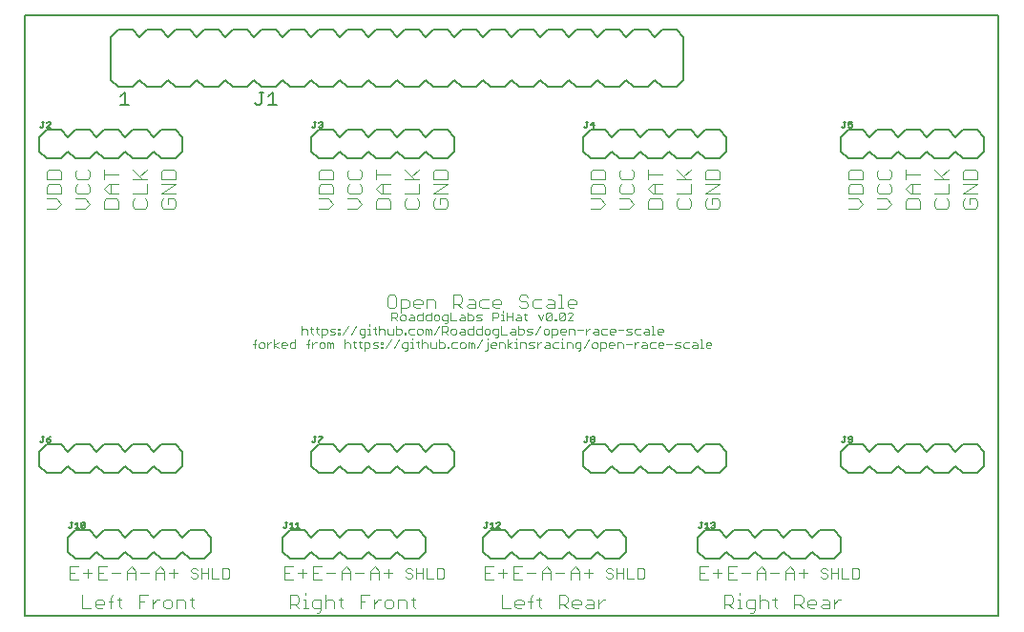
<source format=gto>
G75*
%MOIN*%
%OFA0B0*%
%FSLAX25Y25*%
%IPPOS*%
%LPD*%
%AMOC8*
5,1,8,0,0,1.08239X$1,22.5*
%
%ADD10C,0.00600*%
%ADD11C,0.00400*%
%ADD12C,0.00300*%
%ADD13C,0.00500*%
%ADD14C,0.00800*%
D10*
X0001300Y0001300D02*
X0001300Y0211300D01*
X0341300Y0211300D01*
X0341300Y0001300D01*
X0001300Y0001300D01*
X0033800Y0186300D02*
X0038800Y0186300D01*
X0041300Y0188800D01*
X0043800Y0186300D01*
X0048800Y0186300D01*
X0051300Y0188800D01*
X0053800Y0186300D01*
X0058800Y0186300D01*
X0061300Y0188800D01*
X0063800Y0186300D01*
X0068800Y0186300D01*
X0071300Y0188800D01*
X0073800Y0186300D01*
X0078800Y0186300D01*
X0081300Y0188800D01*
X0083800Y0186300D01*
X0088800Y0186300D01*
X0091300Y0188800D01*
X0093800Y0186300D01*
X0098800Y0186300D01*
X0101300Y0188800D01*
X0103800Y0186300D01*
X0108800Y0186300D01*
X0111300Y0188800D01*
X0113800Y0186300D01*
X0118800Y0186300D01*
X0121300Y0188800D01*
X0123800Y0186300D01*
X0128800Y0186300D01*
X0131300Y0188800D01*
X0133800Y0186300D01*
X0138800Y0186300D01*
X0141300Y0188800D01*
X0143800Y0186300D01*
X0148800Y0186300D01*
X0151300Y0188800D01*
X0153800Y0186300D01*
X0158800Y0186300D01*
X0161300Y0188800D01*
X0163800Y0186300D01*
X0168800Y0186300D01*
X0171300Y0188800D01*
X0173800Y0186300D01*
X0178800Y0186300D01*
X0181300Y0188800D01*
X0183800Y0186300D01*
X0188800Y0186300D01*
X0191300Y0188800D01*
X0193800Y0186300D01*
X0198800Y0186300D01*
X0201300Y0188800D01*
X0203800Y0186300D01*
X0208800Y0186300D01*
X0211300Y0188800D01*
X0213800Y0186300D01*
X0218800Y0186300D01*
X0221300Y0188800D01*
X0223800Y0186300D01*
X0228800Y0186300D01*
X0231300Y0188800D01*
X0231300Y0203800D01*
X0228800Y0206300D01*
X0223800Y0206300D01*
X0221300Y0203800D01*
X0218800Y0206300D01*
X0213800Y0206300D01*
X0211300Y0203800D01*
X0208800Y0206300D01*
X0203800Y0206300D01*
X0201300Y0203800D01*
X0198800Y0206300D01*
X0193800Y0206300D01*
X0191300Y0203800D01*
X0188800Y0206300D01*
X0183800Y0206300D01*
X0181300Y0203800D01*
X0178800Y0206300D01*
X0173800Y0206300D01*
X0171300Y0203800D01*
X0168800Y0206300D01*
X0163800Y0206300D01*
X0161300Y0203800D01*
X0158800Y0206300D01*
X0153800Y0206300D01*
X0151300Y0203800D01*
X0148800Y0206300D01*
X0143800Y0206300D01*
X0141300Y0203800D01*
X0138800Y0206300D01*
X0133800Y0206300D01*
X0131300Y0203800D01*
X0128800Y0206300D01*
X0123800Y0206300D01*
X0121300Y0203800D01*
X0118800Y0206300D01*
X0113800Y0206300D01*
X0111300Y0203800D01*
X0108800Y0206300D01*
X0103800Y0206300D01*
X0101300Y0203800D01*
X0098800Y0206300D01*
X0093800Y0206300D01*
X0091300Y0203800D01*
X0088800Y0206300D01*
X0083800Y0206300D01*
X0081300Y0203800D01*
X0078800Y0206300D01*
X0073800Y0206300D01*
X0071300Y0203800D01*
X0068800Y0206300D01*
X0063800Y0206300D01*
X0061300Y0203800D01*
X0058800Y0206300D01*
X0053800Y0206300D01*
X0051300Y0203800D01*
X0048800Y0206300D01*
X0043800Y0206300D01*
X0041300Y0203800D01*
X0038800Y0206300D01*
X0033800Y0206300D01*
X0031300Y0203800D01*
X0031300Y0188800D01*
X0033800Y0186300D01*
D11*
X0038696Y0157548D02*
X0042165Y0154078D01*
X0041298Y0154946D02*
X0043900Y0157548D01*
X0043900Y0154078D02*
X0038696Y0154078D01*
X0043900Y0152391D02*
X0043900Y0148922D01*
X0038696Y0148922D01*
X0039563Y0147235D02*
X0038696Y0146368D01*
X0038696Y0144633D01*
X0039563Y0143765D01*
X0043033Y0143765D01*
X0043900Y0144633D01*
X0043900Y0146368D01*
X0043033Y0147235D01*
X0048696Y0146368D02*
X0048696Y0144633D01*
X0049563Y0143765D01*
X0053033Y0143765D01*
X0053900Y0144633D01*
X0053900Y0146368D01*
X0053033Y0147235D01*
X0051298Y0147235D01*
X0051298Y0145500D01*
X0049563Y0147235D02*
X0048696Y0146368D01*
X0048696Y0148922D02*
X0053900Y0152391D01*
X0048696Y0152391D01*
X0048696Y0154078D02*
X0048696Y0156680D01*
X0049563Y0157548D01*
X0053033Y0157548D01*
X0053900Y0156680D01*
X0053900Y0154078D01*
X0048696Y0154078D01*
X0048696Y0148922D02*
X0053900Y0148922D01*
X0033900Y0148922D02*
X0030430Y0148922D01*
X0028696Y0150657D01*
X0030430Y0152391D01*
X0033900Y0152391D01*
X0031298Y0152391D02*
X0031298Y0148922D01*
X0033033Y0147235D02*
X0029563Y0147235D01*
X0028696Y0146368D01*
X0028696Y0143765D01*
X0033900Y0143765D01*
X0033900Y0146368D01*
X0033033Y0147235D01*
X0028696Y0154078D02*
X0028696Y0157548D01*
X0028696Y0155813D02*
X0033900Y0155813D01*
X0023900Y0154946D02*
X0023900Y0156680D01*
X0023033Y0157548D01*
X0019563Y0157548D02*
X0018696Y0156680D01*
X0018696Y0154946D01*
X0019563Y0154078D01*
X0023033Y0154078D01*
X0023900Y0154946D01*
X0023033Y0152391D02*
X0023900Y0151524D01*
X0023900Y0149789D01*
X0023033Y0148922D01*
X0019563Y0148922D01*
X0018696Y0149789D01*
X0018696Y0151524D01*
X0019563Y0152391D01*
X0013900Y0151524D02*
X0013900Y0148922D01*
X0008696Y0148922D01*
X0008696Y0151524D01*
X0009563Y0152391D01*
X0013033Y0152391D01*
X0013900Y0151524D01*
X0013900Y0154078D02*
X0013900Y0156680D01*
X0013033Y0157548D01*
X0009563Y0157548D01*
X0008696Y0156680D01*
X0008696Y0154078D01*
X0013900Y0154078D01*
X0012165Y0147235D02*
X0008696Y0147235D01*
X0012165Y0147235D02*
X0013900Y0145500D01*
X0012165Y0143765D01*
X0008696Y0143765D01*
X0018696Y0143765D02*
X0022165Y0143765D01*
X0023900Y0145500D01*
X0022165Y0147235D01*
X0018696Y0147235D01*
X0103696Y0147235D02*
X0107165Y0147235D01*
X0108900Y0145500D01*
X0107165Y0143765D01*
X0103696Y0143765D01*
X0103696Y0148922D02*
X0103696Y0151524D01*
X0104563Y0152391D01*
X0108033Y0152391D01*
X0108900Y0151524D01*
X0108900Y0148922D01*
X0103696Y0148922D01*
X0103696Y0154078D02*
X0103696Y0156680D01*
X0104563Y0157548D01*
X0108033Y0157548D01*
X0108900Y0156680D01*
X0108900Y0154078D01*
X0103696Y0154078D01*
X0113696Y0154946D02*
X0114563Y0154078D01*
X0118033Y0154078D01*
X0118900Y0154946D01*
X0118900Y0156680D01*
X0118033Y0157548D01*
X0114563Y0157548D02*
X0113696Y0156680D01*
X0113696Y0154946D01*
X0114563Y0152391D02*
X0113696Y0151524D01*
X0113696Y0149789D01*
X0114563Y0148922D01*
X0118033Y0148922D01*
X0118900Y0149789D01*
X0118900Y0151524D01*
X0118033Y0152391D01*
X0117165Y0147235D02*
X0113696Y0147235D01*
X0117165Y0147235D02*
X0118900Y0145500D01*
X0117165Y0143765D01*
X0113696Y0143765D01*
X0123696Y0143765D02*
X0123696Y0146368D01*
X0124563Y0147235D01*
X0128033Y0147235D01*
X0128900Y0146368D01*
X0128900Y0143765D01*
X0123696Y0143765D01*
X0125430Y0148922D02*
X0123696Y0150657D01*
X0125430Y0152391D01*
X0128900Y0152391D01*
X0126298Y0152391D02*
X0126298Y0148922D01*
X0125430Y0148922D02*
X0128900Y0148922D01*
X0133696Y0148922D02*
X0138900Y0148922D01*
X0138900Y0152391D01*
X0138900Y0154078D02*
X0133696Y0154078D01*
X0136298Y0154946D02*
X0138900Y0157548D01*
X0137165Y0154078D02*
X0133696Y0157548D01*
X0128900Y0155813D02*
X0123696Y0155813D01*
X0123696Y0154078D02*
X0123696Y0157548D01*
X0134563Y0147235D02*
X0133696Y0146368D01*
X0133696Y0144633D01*
X0134563Y0143765D01*
X0138033Y0143765D01*
X0138900Y0144633D01*
X0138900Y0146368D01*
X0138033Y0147235D01*
X0143696Y0146368D02*
X0143696Y0144633D01*
X0144563Y0143765D01*
X0148033Y0143765D01*
X0148900Y0144633D01*
X0148900Y0146368D01*
X0148033Y0147235D01*
X0146298Y0147235D01*
X0146298Y0145500D01*
X0144563Y0147235D02*
X0143696Y0146368D01*
X0143696Y0148922D02*
X0148900Y0152391D01*
X0143696Y0152391D01*
X0143696Y0154078D02*
X0143696Y0156680D01*
X0144563Y0157548D01*
X0148033Y0157548D01*
X0148900Y0156680D01*
X0148900Y0154078D01*
X0143696Y0154078D01*
X0143696Y0148922D02*
X0148900Y0148922D01*
X0198696Y0148922D02*
X0198696Y0151524D01*
X0199563Y0152391D01*
X0203033Y0152391D01*
X0203900Y0151524D01*
X0203900Y0148922D01*
X0198696Y0148922D01*
X0198696Y0147235D02*
X0202165Y0147235D01*
X0203900Y0145500D01*
X0202165Y0143765D01*
X0198696Y0143765D01*
X0208696Y0143765D02*
X0212165Y0143765D01*
X0213900Y0145500D01*
X0212165Y0147235D01*
X0208696Y0147235D01*
X0209563Y0148922D02*
X0208696Y0149789D01*
X0208696Y0151524D01*
X0209563Y0152391D01*
X0209563Y0154078D02*
X0208696Y0154946D01*
X0208696Y0156680D01*
X0209563Y0157548D01*
X0213033Y0157548D02*
X0213900Y0156680D01*
X0213900Y0154946D01*
X0213033Y0154078D01*
X0209563Y0154078D01*
X0213033Y0152391D02*
X0213900Y0151524D01*
X0213900Y0149789D01*
X0213033Y0148922D01*
X0209563Y0148922D01*
X0203900Y0154078D02*
X0203900Y0156680D01*
X0203033Y0157548D01*
X0199563Y0157548D01*
X0198696Y0156680D01*
X0198696Y0154078D01*
X0203900Y0154078D01*
X0218696Y0154078D02*
X0218696Y0157548D01*
X0218696Y0155813D02*
X0223900Y0155813D01*
X0228696Y0154078D02*
X0233900Y0154078D01*
X0233900Y0152391D02*
X0233900Y0148922D01*
X0228696Y0148922D01*
X0229563Y0147235D02*
X0228696Y0146368D01*
X0228696Y0144633D01*
X0229563Y0143765D01*
X0233033Y0143765D01*
X0233900Y0144633D01*
X0233900Y0146368D01*
X0233033Y0147235D01*
X0238696Y0146368D02*
X0238696Y0144633D01*
X0239563Y0143765D01*
X0243033Y0143765D01*
X0243900Y0144633D01*
X0243900Y0146368D01*
X0243033Y0147235D01*
X0241298Y0147235D01*
X0241298Y0145500D01*
X0239563Y0147235D02*
X0238696Y0146368D01*
X0238696Y0148922D02*
X0243900Y0152391D01*
X0238696Y0152391D01*
X0238696Y0154078D02*
X0238696Y0156680D01*
X0239563Y0157548D01*
X0243033Y0157548D01*
X0243900Y0156680D01*
X0243900Y0154078D01*
X0238696Y0154078D01*
X0238696Y0148922D02*
X0243900Y0148922D01*
X0232165Y0154078D02*
X0228696Y0157548D01*
X0231298Y0154946D02*
X0233900Y0157548D01*
X0223900Y0152391D02*
X0220430Y0152391D01*
X0218696Y0150657D01*
X0220430Y0148922D01*
X0223900Y0148922D01*
X0223033Y0147235D02*
X0219563Y0147235D01*
X0218696Y0146368D01*
X0218696Y0143765D01*
X0223900Y0143765D01*
X0223900Y0146368D01*
X0223033Y0147235D01*
X0221298Y0148922D02*
X0221298Y0152391D01*
X0188356Y0113604D02*
X0188356Y0109000D01*
X0187589Y0109000D02*
X0189123Y0109000D01*
X0190658Y0109767D02*
X0190658Y0111302D01*
X0191425Y0112069D01*
X0192960Y0112069D01*
X0193727Y0111302D01*
X0193727Y0110535D01*
X0190658Y0110535D01*
X0190658Y0109767D02*
X0191425Y0109000D01*
X0192960Y0109000D01*
X0188356Y0113604D02*
X0187589Y0113604D01*
X0186054Y0111302D02*
X0186054Y0109000D01*
X0183752Y0109000D01*
X0182985Y0109767D01*
X0183752Y0110535D01*
X0186054Y0110535D01*
X0186054Y0111302D02*
X0185287Y0112069D01*
X0183752Y0112069D01*
X0181450Y0112069D02*
X0179148Y0112069D01*
X0178381Y0111302D01*
X0178381Y0109767D01*
X0179148Y0109000D01*
X0181450Y0109000D01*
X0176846Y0109767D02*
X0176079Y0109000D01*
X0174544Y0109000D01*
X0173777Y0109767D01*
X0174544Y0111302D02*
X0176079Y0111302D01*
X0176846Y0110535D01*
X0176846Y0109767D01*
X0174544Y0111302D02*
X0173777Y0112069D01*
X0173777Y0112837D01*
X0174544Y0113604D01*
X0176079Y0113604D01*
X0176846Y0112837D01*
X0167638Y0111302D02*
X0167638Y0110535D01*
X0164569Y0110535D01*
X0164569Y0111302D02*
X0164569Y0109767D01*
X0165337Y0109000D01*
X0166871Y0109000D01*
X0167638Y0111302D02*
X0166871Y0112069D01*
X0165337Y0112069D01*
X0164569Y0111302D01*
X0163035Y0112069D02*
X0160733Y0112069D01*
X0159965Y0111302D01*
X0159965Y0109767D01*
X0160733Y0109000D01*
X0163035Y0109000D01*
X0158431Y0109000D02*
X0158431Y0111302D01*
X0157663Y0112069D01*
X0156129Y0112069D01*
X0156129Y0110535D02*
X0158431Y0110535D01*
X0158431Y0109000D02*
X0156129Y0109000D01*
X0155361Y0109767D01*
X0156129Y0110535D01*
X0153827Y0111302D02*
X0153059Y0110535D01*
X0150757Y0110535D01*
X0150757Y0109000D02*
X0150757Y0113604D01*
X0153059Y0113604D01*
X0153827Y0112837D01*
X0153827Y0111302D01*
X0152292Y0110535D02*
X0153827Y0109000D01*
X0144619Y0109000D02*
X0144619Y0111302D01*
X0143852Y0112069D01*
X0141550Y0112069D01*
X0141550Y0109000D01*
X0140015Y0110535D02*
X0140015Y0111302D01*
X0139248Y0112069D01*
X0137713Y0112069D01*
X0136946Y0111302D01*
X0136946Y0109767D01*
X0137713Y0109000D01*
X0139248Y0109000D01*
X0140015Y0110535D02*
X0136946Y0110535D01*
X0135411Y0111302D02*
X0135411Y0109767D01*
X0134644Y0109000D01*
X0132342Y0109000D01*
X0132342Y0107465D02*
X0132342Y0112069D01*
X0134644Y0112069D01*
X0135411Y0111302D01*
X0130807Y0109767D02*
X0130807Y0112837D01*
X0130040Y0113604D01*
X0128505Y0113604D01*
X0127738Y0112837D01*
X0127738Y0109767D01*
X0128505Y0109000D01*
X0130040Y0109000D01*
X0130807Y0109767D01*
X0123431Y0018604D02*
X0121896Y0017069D01*
X0121896Y0014000D01*
X0121896Y0016302D02*
X0124965Y0016302D01*
X0124965Y0017069D02*
X0124965Y0014000D01*
X0126500Y0016302D02*
X0129569Y0016302D01*
X0128035Y0017837D02*
X0128035Y0014767D01*
X0124965Y0017069D02*
X0123431Y0018604D01*
X0119569Y0016302D02*
X0116500Y0016302D01*
X0114965Y0016302D02*
X0111896Y0016302D01*
X0111896Y0017069D02*
X0111896Y0014000D01*
X0114965Y0014000D02*
X0114965Y0017069D01*
X0113431Y0018604D01*
X0111896Y0017069D01*
X0109569Y0016302D02*
X0106500Y0016302D01*
X0104965Y0018604D02*
X0101896Y0018604D01*
X0101896Y0014000D01*
X0104965Y0014000D01*
X0103431Y0016302D02*
X0101896Y0016302D01*
X0099569Y0016302D02*
X0096500Y0016302D01*
X0098035Y0017837D02*
X0098035Y0014767D01*
X0094965Y0014000D02*
X0091896Y0014000D01*
X0091896Y0018604D01*
X0094965Y0018604D01*
X0093431Y0016302D02*
X0091896Y0016302D01*
X0093864Y0008604D02*
X0096166Y0008604D01*
X0096933Y0007837D01*
X0096933Y0006302D01*
X0096166Y0005535D01*
X0093864Y0005535D01*
X0095399Y0005535D02*
X0096933Y0004000D01*
X0098468Y0004000D02*
X0100003Y0004000D01*
X0099235Y0004000D02*
X0099235Y0007069D01*
X0098468Y0007069D01*
X0099235Y0008604D02*
X0099235Y0009371D01*
X0101537Y0006302D02*
X0102305Y0007069D01*
X0104606Y0007069D01*
X0104606Y0003233D01*
X0103839Y0002465D01*
X0103072Y0002465D01*
X0102305Y0004000D02*
X0104606Y0004000D01*
X0106141Y0004000D02*
X0106141Y0008604D01*
X0106908Y0007069D02*
X0108443Y0007069D01*
X0109210Y0006302D01*
X0109210Y0004000D01*
X0111512Y0004767D02*
X0112280Y0004000D01*
X0111512Y0004767D02*
X0111512Y0007837D01*
X0110745Y0007069D02*
X0112280Y0007069D01*
X0106908Y0007069D02*
X0106141Y0006302D01*
X0102305Y0004000D02*
X0101537Y0004767D01*
X0101537Y0006302D01*
X0093864Y0004000D02*
X0093864Y0008604D01*
X0118418Y0008604D02*
X0118418Y0004000D01*
X0118418Y0006302D02*
X0119953Y0006302D01*
X0123022Y0007069D02*
X0123022Y0004000D01*
X0123022Y0005535D02*
X0124557Y0007069D01*
X0125324Y0007069D01*
X0126859Y0006302D02*
X0126859Y0004767D01*
X0127626Y0004000D01*
X0129161Y0004000D01*
X0129928Y0004767D01*
X0129928Y0006302D01*
X0129161Y0007069D01*
X0127626Y0007069D01*
X0126859Y0006302D01*
X0131463Y0007069D02*
X0131463Y0004000D01*
X0134532Y0004000D02*
X0134532Y0006302D01*
X0133765Y0007069D01*
X0131463Y0007069D01*
X0136067Y0007069D02*
X0137601Y0007069D01*
X0136834Y0007837D02*
X0136834Y0004767D01*
X0137601Y0004000D01*
X0121488Y0008604D02*
X0118418Y0008604D01*
X0161896Y0014000D02*
X0164965Y0014000D01*
X0163431Y0016302D02*
X0161896Y0016302D01*
X0161896Y0018604D02*
X0161896Y0014000D01*
X0166500Y0016302D02*
X0169569Y0016302D01*
X0168035Y0017837D02*
X0168035Y0014767D01*
X0171896Y0014000D02*
X0174965Y0014000D01*
X0173431Y0016302D02*
X0171896Y0016302D01*
X0171896Y0018604D02*
X0171896Y0014000D01*
X0176500Y0016302D02*
X0179569Y0016302D01*
X0181896Y0016302D02*
X0184965Y0016302D01*
X0184965Y0017069D02*
X0184965Y0014000D01*
X0186500Y0016302D02*
X0189569Y0016302D01*
X0191896Y0016302D02*
X0194965Y0016302D01*
X0194965Y0017069D02*
X0194965Y0014000D01*
X0196500Y0016302D02*
X0199569Y0016302D01*
X0198035Y0017837D02*
X0198035Y0014767D01*
X0191896Y0014000D02*
X0191896Y0017069D01*
X0193431Y0018604D01*
X0194965Y0017069D01*
X0184965Y0017069D02*
X0183431Y0018604D01*
X0181896Y0017069D01*
X0181896Y0014000D01*
X0178443Y0008604D02*
X0177676Y0007837D01*
X0177676Y0004000D01*
X0176908Y0006302D02*
X0178443Y0006302D01*
X0179978Y0007069D02*
X0181512Y0007069D01*
X0180745Y0007837D02*
X0180745Y0004767D01*
X0181512Y0004000D01*
X0175374Y0005535D02*
X0172305Y0005535D01*
X0172305Y0006302D02*
X0173072Y0007069D01*
X0174606Y0007069D01*
X0175374Y0006302D01*
X0175374Y0005535D01*
X0174606Y0004000D02*
X0173072Y0004000D01*
X0172305Y0004767D01*
X0172305Y0006302D01*
X0170770Y0004000D02*
X0167701Y0004000D01*
X0167701Y0008604D01*
X0164965Y0018604D02*
X0161896Y0018604D01*
X0171896Y0018604D02*
X0174965Y0018604D01*
X0187651Y0008604D02*
X0189953Y0008604D01*
X0190720Y0007837D01*
X0190720Y0006302D01*
X0189953Y0005535D01*
X0187651Y0005535D01*
X0189186Y0005535D02*
X0190720Y0004000D01*
X0192255Y0004767D02*
X0192255Y0006302D01*
X0193022Y0007069D01*
X0194557Y0007069D01*
X0195324Y0006302D01*
X0195324Y0005535D01*
X0192255Y0005535D01*
X0192255Y0004767D02*
X0193022Y0004000D01*
X0194557Y0004000D01*
X0196859Y0004767D02*
X0197626Y0005535D01*
X0199928Y0005535D01*
X0199928Y0006302D02*
X0199928Y0004000D01*
X0197626Y0004000D01*
X0196859Y0004767D01*
X0197626Y0007069D02*
X0199161Y0007069D01*
X0199928Y0006302D01*
X0201463Y0007069D02*
X0201463Y0004000D01*
X0201463Y0005535D02*
X0202997Y0007069D01*
X0203765Y0007069D01*
X0187651Y0008604D02*
X0187651Y0004000D01*
X0236896Y0014000D02*
X0239965Y0014000D01*
X0238431Y0016302D02*
X0236896Y0016302D01*
X0236896Y0018604D02*
X0236896Y0014000D01*
X0241500Y0016302D02*
X0244569Y0016302D01*
X0243035Y0017837D02*
X0243035Y0014767D01*
X0246896Y0014000D02*
X0246896Y0018604D01*
X0249965Y0018604D01*
X0248431Y0016302D02*
X0246896Y0016302D01*
X0246896Y0014000D02*
X0249965Y0014000D01*
X0251500Y0016302D02*
X0254569Y0016302D01*
X0256896Y0016302D02*
X0259965Y0016302D01*
X0259965Y0017069D02*
X0259965Y0014000D01*
X0261500Y0016302D02*
X0264569Y0016302D01*
X0266896Y0016302D02*
X0269965Y0016302D01*
X0269965Y0017069D02*
X0269965Y0014000D01*
X0271500Y0016302D02*
X0274569Y0016302D01*
X0273035Y0017837D02*
X0273035Y0014767D01*
X0269965Y0017069D02*
X0268431Y0018604D01*
X0266896Y0017069D01*
X0266896Y0014000D01*
X0269953Y0008604D02*
X0272255Y0008604D01*
X0273022Y0007837D01*
X0273022Y0006302D01*
X0272255Y0005535D01*
X0269953Y0005535D01*
X0271488Y0005535D02*
X0273022Y0004000D01*
X0274557Y0004767D02*
X0274557Y0006302D01*
X0275324Y0007069D01*
X0276859Y0007069D01*
X0277626Y0006302D01*
X0277626Y0005535D01*
X0274557Y0005535D01*
X0274557Y0004767D02*
X0275324Y0004000D01*
X0276859Y0004000D01*
X0279161Y0004767D02*
X0279928Y0005535D01*
X0282230Y0005535D01*
X0282230Y0006302D02*
X0282230Y0004000D01*
X0279928Y0004000D01*
X0279161Y0004767D01*
X0279928Y0007069D02*
X0281463Y0007069D01*
X0282230Y0006302D01*
X0283765Y0007069D02*
X0283765Y0004000D01*
X0283765Y0005535D02*
X0285299Y0007069D01*
X0286067Y0007069D01*
X0269953Y0008604D02*
X0269953Y0004000D01*
X0263814Y0004000D02*
X0263047Y0004767D01*
X0263047Y0007837D01*
X0262280Y0007069D02*
X0263814Y0007069D01*
X0260745Y0006302D02*
X0260745Y0004000D01*
X0260745Y0006302D02*
X0259978Y0007069D01*
X0258443Y0007069D01*
X0257676Y0006302D01*
X0256141Y0007069D02*
X0256141Y0003233D01*
X0255374Y0002465D01*
X0254606Y0002465D01*
X0253839Y0004000D02*
X0256141Y0004000D01*
X0257676Y0004000D02*
X0257676Y0008604D01*
X0256141Y0007069D02*
X0253839Y0007069D01*
X0253072Y0006302D01*
X0253072Y0004767D01*
X0253839Y0004000D01*
X0251537Y0004000D02*
X0250003Y0004000D01*
X0250770Y0004000D02*
X0250770Y0007069D01*
X0250003Y0007069D01*
X0250770Y0008604D02*
X0250770Y0009371D01*
X0248468Y0007837D02*
X0248468Y0006302D01*
X0247701Y0005535D01*
X0245399Y0005535D01*
X0246933Y0005535D02*
X0248468Y0004000D01*
X0245399Y0004000D02*
X0245399Y0008604D01*
X0247701Y0008604D01*
X0248468Y0007837D01*
X0256896Y0014000D02*
X0256896Y0017069D01*
X0258431Y0018604D01*
X0259965Y0017069D01*
X0239965Y0018604D02*
X0236896Y0018604D01*
X0060299Y0007069D02*
X0058765Y0007069D01*
X0059532Y0007837D02*
X0059532Y0004767D01*
X0060299Y0004000D01*
X0057230Y0004000D02*
X0057230Y0006302D01*
X0056463Y0007069D01*
X0054161Y0007069D01*
X0054161Y0004000D01*
X0052626Y0004767D02*
X0051859Y0004000D01*
X0050324Y0004000D01*
X0049557Y0004767D01*
X0049557Y0006302D01*
X0050324Y0007069D01*
X0051859Y0007069D01*
X0052626Y0006302D01*
X0052626Y0004767D01*
X0048022Y0007069D02*
X0047255Y0007069D01*
X0045720Y0005535D01*
X0045720Y0007069D02*
X0045720Y0004000D01*
X0042651Y0006302D02*
X0041116Y0006302D01*
X0041116Y0004000D02*
X0041116Y0008604D01*
X0044186Y0008604D01*
X0046896Y0014000D02*
X0046896Y0017069D01*
X0048431Y0018604D01*
X0049965Y0017069D01*
X0049965Y0014000D01*
X0049965Y0016302D02*
X0046896Y0016302D01*
X0044569Y0016302D02*
X0041500Y0016302D01*
X0039965Y0016302D02*
X0036896Y0016302D01*
X0036896Y0017069D02*
X0036896Y0014000D01*
X0039965Y0014000D02*
X0039965Y0017069D01*
X0038431Y0018604D01*
X0036896Y0017069D01*
X0034569Y0016302D02*
X0031500Y0016302D01*
X0029965Y0018604D02*
X0026896Y0018604D01*
X0026896Y0014000D01*
X0029965Y0014000D01*
X0028431Y0016302D02*
X0026896Y0016302D01*
X0024569Y0016302D02*
X0021500Y0016302D01*
X0023035Y0017837D02*
X0023035Y0014767D01*
X0019965Y0014000D02*
X0016896Y0014000D01*
X0016896Y0018604D01*
X0019965Y0018604D01*
X0018431Y0016302D02*
X0016896Y0016302D01*
X0021166Y0008604D02*
X0021166Y0004000D01*
X0024235Y0004000D01*
X0025770Y0004767D02*
X0026537Y0004000D01*
X0028072Y0004000D01*
X0028839Y0005535D02*
X0025770Y0005535D01*
X0025770Y0006302D02*
X0026537Y0007069D01*
X0028072Y0007069D01*
X0028839Y0006302D01*
X0028839Y0005535D01*
X0030374Y0006302D02*
X0031908Y0006302D01*
X0031141Y0007837D02*
X0031141Y0004000D01*
X0034210Y0004767D02*
X0034978Y0004000D01*
X0034210Y0004767D02*
X0034210Y0007837D01*
X0033443Y0007069D02*
X0034978Y0007069D01*
X0031908Y0008604D02*
X0031141Y0007837D01*
X0025770Y0006302D02*
X0025770Y0004767D01*
X0051500Y0016302D02*
X0054569Y0016302D01*
X0053035Y0017837D02*
X0053035Y0014767D01*
X0288696Y0143765D02*
X0292165Y0143765D01*
X0293900Y0145500D01*
X0292165Y0147235D01*
X0288696Y0147235D01*
X0288696Y0148922D02*
X0288696Y0151524D01*
X0289563Y0152391D01*
X0293033Y0152391D01*
X0293900Y0151524D01*
X0293900Y0148922D01*
X0288696Y0148922D01*
X0288696Y0154078D02*
X0288696Y0156680D01*
X0289563Y0157548D01*
X0293033Y0157548D01*
X0293900Y0156680D01*
X0293900Y0154078D01*
X0288696Y0154078D01*
X0298696Y0154946D02*
X0299563Y0154078D01*
X0303033Y0154078D01*
X0303900Y0154946D01*
X0303900Y0156680D01*
X0303033Y0157548D01*
X0299563Y0157548D02*
X0298696Y0156680D01*
X0298696Y0154946D01*
X0299563Y0152391D02*
X0298696Y0151524D01*
X0298696Y0149789D01*
X0299563Y0148922D01*
X0303033Y0148922D01*
X0303900Y0149789D01*
X0303900Y0151524D01*
X0303033Y0152391D01*
X0302165Y0147235D02*
X0298696Y0147235D01*
X0302165Y0147235D02*
X0303900Y0145500D01*
X0302165Y0143765D01*
X0298696Y0143765D01*
X0308696Y0143765D02*
X0308696Y0146368D01*
X0309563Y0147235D01*
X0313033Y0147235D01*
X0313900Y0146368D01*
X0313900Y0143765D01*
X0308696Y0143765D01*
X0310430Y0148922D02*
X0308696Y0150657D01*
X0310430Y0152391D01*
X0313900Y0152391D01*
X0311298Y0152391D02*
X0311298Y0148922D01*
X0310430Y0148922D02*
X0313900Y0148922D01*
X0318696Y0148922D02*
X0323900Y0148922D01*
X0323900Y0152391D01*
X0323900Y0154078D02*
X0318696Y0154078D01*
X0321298Y0154946D02*
X0323900Y0157548D01*
X0322165Y0154078D02*
X0318696Y0157548D01*
X0313900Y0155813D02*
X0308696Y0155813D01*
X0308696Y0154078D02*
X0308696Y0157548D01*
X0319563Y0147235D02*
X0318696Y0146368D01*
X0318696Y0144633D01*
X0319563Y0143765D01*
X0323033Y0143765D01*
X0323900Y0144633D01*
X0323900Y0146368D01*
X0323033Y0147235D01*
X0328696Y0146368D02*
X0328696Y0144633D01*
X0329563Y0143765D01*
X0333033Y0143765D01*
X0333900Y0144633D01*
X0333900Y0146368D01*
X0333033Y0147235D01*
X0331298Y0147235D01*
X0331298Y0145500D01*
X0329563Y0147235D02*
X0328696Y0146368D01*
X0328696Y0148922D02*
X0333900Y0152391D01*
X0328696Y0152391D01*
X0328696Y0154078D02*
X0328696Y0156680D01*
X0329563Y0157548D01*
X0333033Y0157548D01*
X0333900Y0156680D01*
X0333900Y0154078D01*
X0328696Y0154078D01*
X0328696Y0148922D02*
X0333900Y0148922D01*
D12*
X0240977Y0096501D02*
X0240977Y0096017D01*
X0239042Y0096017D01*
X0239042Y0095534D02*
X0239042Y0096501D01*
X0239525Y0096985D01*
X0240493Y0096985D01*
X0240977Y0096501D01*
X0240493Y0095050D02*
X0239525Y0095050D01*
X0239042Y0095534D01*
X0238045Y0095050D02*
X0237077Y0095050D01*
X0237561Y0095050D02*
X0237561Y0097952D01*
X0237077Y0097952D01*
X0236066Y0096501D02*
X0236066Y0095050D01*
X0234614Y0095050D01*
X0234131Y0095534D01*
X0234614Y0096017D01*
X0236066Y0096017D01*
X0236066Y0096501D02*
X0235582Y0096985D01*
X0234614Y0096985D01*
X0233119Y0096985D02*
X0231668Y0096985D01*
X0231184Y0096501D01*
X0231184Y0095534D01*
X0231668Y0095050D01*
X0233119Y0095050D01*
X0230173Y0095534D02*
X0229689Y0096017D01*
X0228721Y0096017D01*
X0228238Y0096501D01*
X0228721Y0096985D01*
X0230173Y0096985D01*
X0230173Y0095534D02*
X0229689Y0095050D01*
X0228238Y0095050D01*
X0227226Y0096501D02*
X0225291Y0096501D01*
X0224280Y0096501D02*
X0224280Y0096017D01*
X0222345Y0096017D01*
X0222345Y0095534D02*
X0222345Y0096501D01*
X0222828Y0096985D01*
X0223796Y0096985D01*
X0224280Y0096501D01*
X0223796Y0095050D02*
X0222828Y0095050D01*
X0222345Y0095534D01*
X0221333Y0095050D02*
X0219882Y0095050D01*
X0219398Y0095534D01*
X0219398Y0096501D01*
X0219882Y0096985D01*
X0221333Y0096985D01*
X0221102Y0099850D02*
X0220135Y0099850D01*
X0220619Y0099850D02*
X0220619Y0102752D01*
X0220135Y0102752D01*
X0219123Y0101301D02*
X0219123Y0099850D01*
X0217672Y0099850D01*
X0217188Y0100334D01*
X0217672Y0100817D01*
X0219123Y0100817D01*
X0219123Y0101301D02*
X0218640Y0101785D01*
X0217672Y0101785D01*
X0216177Y0101785D02*
X0214725Y0101785D01*
X0214242Y0101301D01*
X0214242Y0100334D01*
X0214725Y0099850D01*
X0216177Y0099850D01*
X0215447Y0096985D02*
X0214964Y0096985D01*
X0213996Y0096017D01*
X0213996Y0095050D02*
X0213996Y0096985D01*
X0212985Y0096501D02*
X0211050Y0096501D01*
X0210038Y0096501D02*
X0210038Y0095050D01*
X0210038Y0096501D02*
X0209554Y0096985D01*
X0208103Y0096985D01*
X0208103Y0095050D01*
X0207092Y0096017D02*
X0205157Y0096017D01*
X0205157Y0095534D02*
X0205157Y0096501D01*
X0205640Y0096985D01*
X0206608Y0096985D01*
X0207092Y0096501D01*
X0207092Y0096017D01*
X0206608Y0095050D02*
X0205640Y0095050D01*
X0205157Y0095534D01*
X0204145Y0095534D02*
X0203661Y0095050D01*
X0202210Y0095050D01*
X0202210Y0094083D02*
X0202210Y0096985D01*
X0203661Y0096985D01*
X0204145Y0096501D01*
X0204145Y0095534D01*
X0201199Y0095534D02*
X0201199Y0096501D01*
X0200715Y0096985D01*
X0199747Y0096985D01*
X0199264Y0096501D01*
X0199264Y0095534D01*
X0199747Y0095050D01*
X0200715Y0095050D01*
X0201199Y0095534D01*
X0198252Y0097952D02*
X0196317Y0095050D01*
X0195306Y0095050D02*
X0193854Y0095050D01*
X0193371Y0095534D01*
X0193371Y0096501D01*
X0193854Y0096985D01*
X0195306Y0096985D01*
X0195306Y0094566D01*
X0194822Y0094083D01*
X0194338Y0094083D01*
X0192359Y0095050D02*
X0192359Y0096501D01*
X0191875Y0096985D01*
X0190424Y0096985D01*
X0190424Y0095050D01*
X0189427Y0095050D02*
X0188460Y0095050D01*
X0188943Y0095050D02*
X0188943Y0096985D01*
X0188460Y0096985D01*
X0187448Y0096985D02*
X0185997Y0096985D01*
X0185513Y0096501D01*
X0185513Y0095534D01*
X0185997Y0095050D01*
X0187448Y0095050D01*
X0184502Y0095050D02*
X0184502Y0096501D01*
X0184018Y0096985D01*
X0183050Y0096985D01*
X0183050Y0096017D02*
X0184502Y0096017D01*
X0184502Y0095050D02*
X0183050Y0095050D01*
X0182567Y0095534D01*
X0183050Y0096017D01*
X0181562Y0096985D02*
X0181079Y0096985D01*
X0180111Y0096017D01*
X0180111Y0095050D02*
X0180111Y0096985D01*
X0179100Y0096985D02*
X0177648Y0096985D01*
X0177165Y0096501D01*
X0177648Y0096017D01*
X0178616Y0096017D01*
X0179100Y0095534D01*
X0178616Y0095050D01*
X0177165Y0095050D01*
X0176153Y0095050D02*
X0176153Y0096501D01*
X0175669Y0096985D01*
X0174218Y0096985D01*
X0174218Y0095050D01*
X0173221Y0095050D02*
X0172254Y0095050D01*
X0172738Y0095050D02*
X0172738Y0096985D01*
X0172254Y0096985D01*
X0171250Y0096985D02*
X0169798Y0096017D01*
X0171250Y0095050D01*
X0169798Y0095050D02*
X0169798Y0097952D01*
X0168787Y0096501D02*
X0168787Y0095050D01*
X0168787Y0096501D02*
X0168303Y0096985D01*
X0166852Y0096985D01*
X0166852Y0095050D01*
X0165840Y0096017D02*
X0163905Y0096017D01*
X0163905Y0095534D02*
X0163905Y0096501D01*
X0164389Y0096985D01*
X0165357Y0096985D01*
X0165840Y0096501D01*
X0165840Y0096017D01*
X0165357Y0095050D02*
X0164389Y0095050D01*
X0163905Y0095534D01*
X0162909Y0094566D02*
X0162909Y0096985D01*
X0162909Y0097952D02*
X0162909Y0098436D01*
X0163147Y0099850D02*
X0163630Y0100334D01*
X0163630Y0101301D01*
X0163147Y0101785D01*
X0162179Y0101785D01*
X0161696Y0101301D01*
X0161696Y0100334D01*
X0162179Y0099850D01*
X0163147Y0099850D01*
X0164642Y0100334D02*
X0165126Y0099850D01*
X0166577Y0099850D01*
X0166577Y0099366D02*
X0166577Y0101785D01*
X0165126Y0101785D01*
X0164642Y0101301D01*
X0164642Y0100334D01*
X0165610Y0098883D02*
X0166093Y0098883D01*
X0166577Y0099366D01*
X0167589Y0099850D02*
X0169524Y0099850D01*
X0170535Y0100334D02*
X0171019Y0099850D01*
X0172470Y0099850D01*
X0172470Y0101301D01*
X0171986Y0101785D01*
X0171019Y0101785D01*
X0171019Y0100817D02*
X0172470Y0100817D01*
X0173482Y0099850D02*
X0174933Y0099850D01*
X0175417Y0100334D01*
X0175417Y0101301D01*
X0174933Y0101785D01*
X0173482Y0101785D01*
X0173482Y0102752D02*
X0173482Y0099850D01*
X0172738Y0098436D02*
X0172738Y0097952D01*
X0170535Y0100334D02*
X0171019Y0100817D01*
X0167589Y0099850D02*
X0167589Y0102752D01*
X0167589Y0104650D02*
X0168556Y0104650D01*
X0168072Y0104650D02*
X0168072Y0106585D01*
X0167589Y0106585D01*
X0168072Y0107552D02*
X0168072Y0108036D01*
X0169553Y0107552D02*
X0169553Y0104650D01*
X0169553Y0106101D02*
X0171488Y0106101D01*
X0172499Y0105134D02*
X0172983Y0105617D01*
X0174434Y0105617D01*
X0174434Y0106101D02*
X0174434Y0104650D01*
X0172983Y0104650D01*
X0172499Y0105134D01*
X0171488Y0104650D02*
X0171488Y0107552D01*
X0172983Y0106585D02*
X0173951Y0106585D01*
X0174434Y0106101D01*
X0175446Y0106585D02*
X0176413Y0106585D01*
X0175930Y0107069D02*
X0175930Y0105134D01*
X0176413Y0104650D01*
X0180357Y0106585D02*
X0181324Y0104650D01*
X0182292Y0106585D01*
X0183303Y0107069D02*
X0183787Y0107552D01*
X0184755Y0107552D01*
X0185238Y0107069D01*
X0183303Y0105134D01*
X0183787Y0104650D01*
X0184755Y0104650D01*
X0185238Y0105134D01*
X0185238Y0107069D01*
X0183303Y0107069D02*
X0183303Y0105134D01*
X0186250Y0105134D02*
X0186734Y0105134D01*
X0186734Y0104650D01*
X0186250Y0104650D01*
X0186250Y0105134D01*
X0187723Y0105134D02*
X0189658Y0107069D01*
X0189658Y0105134D01*
X0189174Y0104650D01*
X0188207Y0104650D01*
X0187723Y0105134D01*
X0187723Y0107069D01*
X0188207Y0107552D01*
X0189174Y0107552D01*
X0189658Y0107069D01*
X0190670Y0107069D02*
X0191153Y0107552D01*
X0192121Y0107552D01*
X0192605Y0107069D01*
X0192605Y0106585D01*
X0190670Y0104650D01*
X0192605Y0104650D01*
X0192612Y0101785D02*
X0191161Y0101785D01*
X0191161Y0099850D01*
X0190149Y0100817D02*
X0188214Y0100817D01*
X0188214Y0100334D02*
X0188214Y0101301D01*
X0188698Y0101785D01*
X0189665Y0101785D01*
X0190149Y0101301D01*
X0190149Y0100817D01*
X0189665Y0099850D02*
X0188698Y0099850D01*
X0188214Y0100334D01*
X0187203Y0100334D02*
X0186719Y0099850D01*
X0185268Y0099850D01*
X0185268Y0098883D02*
X0185268Y0101785D01*
X0186719Y0101785D01*
X0187203Y0101301D01*
X0187203Y0100334D01*
X0188943Y0098436D02*
X0188943Y0097952D01*
X0193096Y0099850D02*
X0193096Y0101301D01*
X0192612Y0101785D01*
X0194107Y0101301D02*
X0196042Y0101301D01*
X0197054Y0100817D02*
X0198021Y0101785D01*
X0198505Y0101785D01*
X0197054Y0101785D02*
X0197054Y0099850D01*
X0199509Y0100334D02*
X0199993Y0100817D01*
X0201444Y0100817D01*
X0201444Y0101301D02*
X0201444Y0099850D01*
X0199993Y0099850D01*
X0199509Y0100334D01*
X0199993Y0101785D02*
X0200960Y0101785D01*
X0201444Y0101301D01*
X0202456Y0101301D02*
X0202456Y0100334D01*
X0202939Y0099850D01*
X0204391Y0099850D01*
X0205402Y0100334D02*
X0205402Y0101301D01*
X0205886Y0101785D01*
X0206853Y0101785D01*
X0207337Y0101301D01*
X0207337Y0100817D01*
X0205402Y0100817D01*
X0205402Y0100334D02*
X0205886Y0099850D01*
X0206853Y0099850D01*
X0208349Y0101301D02*
X0210284Y0101301D01*
X0211295Y0101301D02*
X0211779Y0101785D01*
X0213230Y0101785D01*
X0212746Y0100817D02*
X0211779Y0100817D01*
X0211295Y0101301D01*
X0211295Y0099850D02*
X0212746Y0099850D01*
X0213230Y0100334D01*
X0212746Y0100817D01*
X0216935Y0096985D02*
X0217903Y0096985D01*
X0218387Y0096501D01*
X0218387Y0095050D01*
X0216935Y0095050D01*
X0216452Y0095534D01*
X0216935Y0096017D01*
X0218387Y0096017D01*
X0222583Y0099850D02*
X0222099Y0100334D01*
X0222099Y0101301D01*
X0222583Y0101785D01*
X0223550Y0101785D01*
X0224034Y0101301D01*
X0224034Y0100817D01*
X0222099Y0100817D01*
X0222583Y0099850D02*
X0223550Y0099850D01*
X0204391Y0101785D02*
X0202939Y0101785D01*
X0202456Y0101301D01*
X0184256Y0101301D02*
X0183772Y0101785D01*
X0182805Y0101785D01*
X0182321Y0101301D01*
X0182321Y0100334D01*
X0182805Y0099850D01*
X0183772Y0099850D01*
X0184256Y0100334D01*
X0184256Y0101301D01*
X0181310Y0102752D02*
X0179375Y0099850D01*
X0178363Y0100334D02*
X0177879Y0100817D01*
X0176912Y0100817D01*
X0176428Y0101301D01*
X0176912Y0101785D01*
X0178363Y0101785D01*
X0178363Y0100334D02*
X0177879Y0099850D01*
X0176428Y0099850D01*
X0166577Y0106101D02*
X0166093Y0105617D01*
X0164642Y0105617D01*
X0164642Y0104650D02*
X0164642Y0107552D01*
X0166093Y0107552D01*
X0166577Y0107069D01*
X0166577Y0106101D01*
X0160684Y0106585D02*
X0159233Y0106585D01*
X0158749Y0106101D01*
X0159233Y0105617D01*
X0160200Y0105617D01*
X0160684Y0105134D01*
X0160200Y0104650D01*
X0158749Y0104650D01*
X0157737Y0105134D02*
X0157737Y0106101D01*
X0157254Y0106585D01*
X0155803Y0106585D01*
X0155803Y0107552D02*
X0155803Y0104650D01*
X0157254Y0104650D01*
X0157737Y0105134D01*
X0157737Y0102752D02*
X0157737Y0099850D01*
X0156286Y0099850D01*
X0155802Y0100334D01*
X0155802Y0101301D01*
X0156286Y0101785D01*
X0157737Y0101785D01*
X0158749Y0101301D02*
X0159233Y0101785D01*
X0160684Y0101785D01*
X0160684Y0102752D02*
X0160684Y0099850D01*
X0159233Y0099850D01*
X0158749Y0100334D01*
X0158749Y0101301D01*
X0154791Y0101301D02*
X0154791Y0099850D01*
X0153340Y0099850D01*
X0152856Y0100334D01*
X0153340Y0100817D01*
X0154791Y0100817D01*
X0154791Y0101301D02*
X0154307Y0101785D01*
X0153340Y0101785D01*
X0151844Y0101301D02*
X0151361Y0101785D01*
X0150393Y0101785D01*
X0149909Y0101301D01*
X0149909Y0100334D01*
X0150393Y0099850D01*
X0151361Y0099850D01*
X0151844Y0100334D01*
X0151844Y0101301D01*
X0148898Y0101301D02*
X0148898Y0102269D01*
X0148414Y0102752D01*
X0146963Y0102752D01*
X0146963Y0099850D01*
X0146963Y0100817D02*
X0148414Y0100817D01*
X0148898Y0101301D01*
X0147930Y0100817D02*
X0148898Y0099850D01*
X0147186Y0096985D02*
X0145735Y0096985D01*
X0145735Y0097952D02*
X0145735Y0095050D01*
X0147186Y0095050D01*
X0147670Y0095534D01*
X0147670Y0096501D01*
X0147186Y0096985D01*
X0148682Y0095534D02*
X0149165Y0095534D01*
X0149165Y0095050D01*
X0148682Y0095050D01*
X0148682Y0095534D01*
X0150155Y0095534D02*
X0150639Y0095050D01*
X0152090Y0095050D01*
X0153102Y0095534D02*
X0153585Y0095050D01*
X0154553Y0095050D01*
X0155036Y0095534D01*
X0155036Y0096501D01*
X0154553Y0096985D01*
X0153585Y0096985D01*
X0153102Y0096501D01*
X0153102Y0095534D01*
X0152090Y0096985D02*
X0150639Y0096985D01*
X0150155Y0096501D01*
X0150155Y0095534D01*
X0144724Y0095050D02*
X0144724Y0096985D01*
X0144724Y0095050D02*
X0143272Y0095050D01*
X0142789Y0095534D01*
X0142789Y0096985D01*
X0141777Y0096501D02*
X0141777Y0095050D01*
X0141777Y0096501D02*
X0141293Y0096985D01*
X0140326Y0096985D01*
X0139842Y0096501D01*
X0138845Y0096985D02*
X0137878Y0096985D01*
X0138362Y0097469D02*
X0138362Y0095534D01*
X0138845Y0095050D01*
X0139842Y0095050D02*
X0139842Y0097952D01*
X0139575Y0099850D02*
X0140058Y0100334D01*
X0140058Y0101301D01*
X0139575Y0101785D01*
X0138607Y0101785D01*
X0138123Y0101301D01*
X0138123Y0100334D01*
X0138607Y0099850D01*
X0139575Y0099850D01*
X0141070Y0099850D02*
X0141070Y0101785D01*
X0141554Y0101785D01*
X0142037Y0101301D01*
X0142521Y0101785D01*
X0143005Y0101301D01*
X0143005Y0099850D01*
X0142037Y0099850D02*
X0142037Y0101301D01*
X0144016Y0099850D02*
X0145951Y0102752D01*
X0145468Y0104650D02*
X0145951Y0105134D01*
X0145951Y0106101D01*
X0145468Y0106585D01*
X0144500Y0106585D01*
X0144016Y0106101D01*
X0144016Y0105134D01*
X0144500Y0104650D01*
X0145468Y0104650D01*
X0146963Y0105134D02*
X0147447Y0104650D01*
X0148898Y0104650D01*
X0148898Y0104166D02*
X0148898Y0106585D01*
X0147447Y0106585D01*
X0146963Y0106101D01*
X0146963Y0105134D01*
X0147930Y0103683D02*
X0148414Y0103683D01*
X0148898Y0104166D01*
X0149909Y0104650D02*
X0151844Y0104650D01*
X0152856Y0105134D02*
X0153340Y0105617D01*
X0154791Y0105617D01*
X0154791Y0106101D02*
X0154791Y0104650D01*
X0153340Y0104650D01*
X0152856Y0105134D01*
X0153340Y0106585D02*
X0154307Y0106585D01*
X0154791Y0106101D01*
X0149909Y0107552D02*
X0149909Y0104650D01*
X0143005Y0104650D02*
X0141554Y0104650D01*
X0141070Y0105134D01*
X0141070Y0106101D01*
X0141554Y0106585D01*
X0143005Y0106585D01*
X0143005Y0107552D02*
X0143005Y0104650D01*
X0140058Y0104650D02*
X0140058Y0107552D01*
X0140058Y0106585D02*
X0138607Y0106585D01*
X0138123Y0106101D01*
X0138123Y0105134D01*
X0138607Y0104650D01*
X0140058Y0104650D01*
X0137112Y0104650D02*
X0135661Y0104650D01*
X0135177Y0105134D01*
X0135661Y0105617D01*
X0137112Y0105617D01*
X0137112Y0106101D02*
X0137112Y0104650D01*
X0137112Y0106101D02*
X0136628Y0106585D01*
X0135661Y0106585D01*
X0134165Y0106101D02*
X0133682Y0106585D01*
X0132714Y0106585D01*
X0132230Y0106101D01*
X0132230Y0105134D01*
X0132714Y0104650D01*
X0133682Y0104650D01*
X0134165Y0105134D01*
X0134165Y0106101D01*
X0131219Y0106101D02*
X0131219Y0107069D01*
X0130735Y0107552D01*
X0129284Y0107552D01*
X0129284Y0104650D01*
X0129284Y0105617D02*
X0130735Y0105617D01*
X0131219Y0106101D01*
X0130251Y0105617D02*
X0131219Y0104650D01*
X0130757Y0102752D02*
X0130757Y0099850D01*
X0132208Y0099850D01*
X0132692Y0100334D01*
X0132692Y0101301D01*
X0132208Y0101785D01*
X0130757Y0101785D01*
X0129746Y0101785D02*
X0129746Y0099850D01*
X0128294Y0099850D01*
X0127811Y0100334D01*
X0127811Y0101785D01*
X0126799Y0101301D02*
X0126799Y0099850D01*
X0126799Y0101301D02*
X0126315Y0101785D01*
X0125348Y0101785D01*
X0124864Y0101301D01*
X0123867Y0101785D02*
X0122900Y0101785D01*
X0123383Y0102269D02*
X0123383Y0100334D01*
X0123867Y0099850D01*
X0124864Y0099850D02*
X0124864Y0102752D01*
X0121419Y0102752D02*
X0121419Y0103236D01*
X0121419Y0101785D02*
X0121419Y0099850D01*
X0120935Y0099850D02*
X0121903Y0099850D01*
X0119924Y0099850D02*
X0118473Y0099850D01*
X0117989Y0100334D01*
X0117989Y0101301D01*
X0118473Y0101785D01*
X0119924Y0101785D01*
X0119924Y0099366D01*
X0119440Y0098883D01*
X0118956Y0098883D01*
X0118227Y0097469D02*
X0118227Y0095534D01*
X0118711Y0095050D01*
X0119708Y0095050D02*
X0121159Y0095050D01*
X0121643Y0095534D01*
X0121643Y0096501D01*
X0121159Y0096985D01*
X0119708Y0096985D01*
X0119708Y0094083D01*
X0118711Y0096985D02*
X0117743Y0096985D01*
X0116746Y0096985D02*
X0115779Y0096985D01*
X0116263Y0097469D02*
X0116263Y0095534D01*
X0116746Y0095050D01*
X0114767Y0095050D02*
X0114767Y0096501D01*
X0114284Y0096985D01*
X0113316Y0096985D01*
X0112832Y0096501D01*
X0112832Y0097952D02*
X0112832Y0095050D01*
X0108874Y0095050D02*
X0108874Y0096501D01*
X0108391Y0096985D01*
X0107907Y0096501D01*
X0107907Y0095050D01*
X0106939Y0095050D02*
X0106939Y0096985D01*
X0107423Y0096985D01*
X0107907Y0096501D01*
X0105928Y0096501D02*
X0105928Y0095534D01*
X0105444Y0095050D01*
X0104477Y0095050D01*
X0103993Y0095534D01*
X0103993Y0096501D01*
X0104477Y0096985D01*
X0105444Y0096985D01*
X0105928Y0096501D01*
X0104730Y0098883D02*
X0104730Y0101785D01*
X0106181Y0101785D01*
X0106664Y0101301D01*
X0106664Y0100334D01*
X0106181Y0099850D01*
X0104730Y0099850D01*
X0103733Y0099850D02*
X0103249Y0100334D01*
X0103249Y0102269D01*
X0102765Y0101785D02*
X0103733Y0101785D01*
X0101768Y0101785D02*
X0100801Y0101785D01*
X0101285Y0102269D02*
X0101285Y0100334D01*
X0101768Y0099850D01*
X0099789Y0099850D02*
X0099789Y0101301D01*
X0099306Y0101785D01*
X0098338Y0101785D01*
X0097854Y0101301D01*
X0097854Y0102752D02*
X0097854Y0099850D01*
X0095615Y0097952D02*
X0095615Y0095050D01*
X0094164Y0095050D01*
X0093680Y0095534D01*
X0093680Y0096501D01*
X0094164Y0096985D01*
X0095615Y0096985D01*
X0092669Y0096501D02*
X0092669Y0096017D01*
X0090734Y0096017D01*
X0090734Y0095534D02*
X0090734Y0096501D01*
X0091217Y0096985D01*
X0092185Y0096985D01*
X0092669Y0096501D01*
X0092185Y0095050D02*
X0091217Y0095050D01*
X0090734Y0095534D01*
X0089729Y0095050D02*
X0088278Y0096017D01*
X0089729Y0096985D01*
X0088278Y0097952D02*
X0088278Y0095050D01*
X0087274Y0096985D02*
X0086790Y0096985D01*
X0085823Y0096017D01*
X0085823Y0095050D02*
X0085823Y0096985D01*
X0084811Y0096501D02*
X0084811Y0095534D01*
X0084327Y0095050D01*
X0083360Y0095050D01*
X0082876Y0095534D01*
X0082876Y0096501D01*
X0083360Y0096985D01*
X0084327Y0096985D01*
X0084811Y0096501D01*
X0081879Y0096501D02*
X0080912Y0096501D01*
X0081396Y0097469D02*
X0081879Y0097952D01*
X0081396Y0097469D02*
X0081396Y0095050D01*
X0099573Y0096501D02*
X0100541Y0096501D01*
X0100057Y0097469D02*
X0100541Y0097952D01*
X0100057Y0097469D02*
X0100057Y0095050D01*
X0101537Y0095050D02*
X0101537Y0096985D01*
X0101537Y0096017D02*
X0102505Y0096985D01*
X0102989Y0096985D01*
X0107676Y0099850D02*
X0109127Y0099850D01*
X0109611Y0100334D01*
X0109127Y0100817D01*
X0108160Y0100817D01*
X0107676Y0101301D01*
X0108160Y0101785D01*
X0109611Y0101785D01*
X0110623Y0101785D02*
X0110623Y0101301D01*
X0111106Y0101301D01*
X0111106Y0101785D01*
X0110623Y0101785D01*
X0110623Y0100334D02*
X0110623Y0099850D01*
X0111106Y0099850D01*
X0111106Y0100334D01*
X0110623Y0100334D01*
X0112096Y0099850D02*
X0114031Y0102752D01*
X0116977Y0102752D02*
X0115042Y0099850D01*
X0120935Y0101785D02*
X0121419Y0101785D01*
X0123138Y0096985D02*
X0124589Y0096985D01*
X0125601Y0096985D02*
X0125601Y0096501D01*
X0126084Y0096501D01*
X0126084Y0096985D01*
X0125601Y0096985D01*
X0125601Y0095534D02*
X0125601Y0095050D01*
X0126084Y0095050D01*
X0126084Y0095534D01*
X0125601Y0095534D01*
X0124589Y0095534D02*
X0124105Y0096017D01*
X0123138Y0096017D01*
X0122654Y0096501D01*
X0123138Y0096985D01*
X0122654Y0095050D02*
X0124105Y0095050D01*
X0124589Y0095534D01*
X0127074Y0095050D02*
X0129009Y0097952D01*
X0131955Y0097952D02*
X0130020Y0095050D01*
X0132967Y0095534D02*
X0132967Y0096501D01*
X0133451Y0096985D01*
X0134902Y0096985D01*
X0134902Y0094566D01*
X0134418Y0094083D01*
X0133934Y0094083D01*
X0133451Y0095050D02*
X0134902Y0095050D01*
X0135913Y0095050D02*
X0136881Y0095050D01*
X0136397Y0095050D02*
X0136397Y0096985D01*
X0135913Y0096985D01*
X0136397Y0097952D02*
X0136397Y0098436D01*
X0137112Y0099850D02*
X0135661Y0099850D01*
X0135177Y0100334D01*
X0135177Y0101301D01*
X0135661Y0101785D01*
X0137112Y0101785D01*
X0134187Y0100334D02*
X0134187Y0099850D01*
X0133704Y0099850D01*
X0133704Y0100334D01*
X0134187Y0100334D01*
X0132967Y0095534D02*
X0133451Y0095050D01*
X0156048Y0095050D02*
X0156048Y0096985D01*
X0156532Y0096985D01*
X0157016Y0096501D01*
X0157499Y0096985D01*
X0157983Y0096501D01*
X0157983Y0095050D01*
X0157016Y0095050D02*
X0157016Y0096501D01*
X0158995Y0095050D02*
X0160930Y0097952D01*
X0162909Y0094566D02*
X0162425Y0094083D01*
X0161941Y0094083D01*
X0146985Y0018153D02*
X0145133Y0018153D01*
X0145133Y0014450D01*
X0146985Y0014450D01*
X0147602Y0015067D01*
X0147602Y0017536D01*
X0146985Y0018153D01*
X0141450Y0018153D02*
X0141450Y0014450D01*
X0143919Y0014450D01*
X0140236Y0014450D02*
X0140236Y0018153D01*
X0140236Y0016302D02*
X0137767Y0016302D01*
X0136552Y0015684D02*
X0136552Y0015067D01*
X0135935Y0014450D01*
X0134701Y0014450D01*
X0134084Y0015067D01*
X0134701Y0016302D02*
X0135935Y0016302D01*
X0136552Y0015684D01*
X0137767Y0014450D02*
X0137767Y0018153D01*
X0136552Y0017536D02*
X0135935Y0018153D01*
X0134701Y0018153D01*
X0134084Y0017536D01*
X0134084Y0016919D01*
X0134701Y0016302D01*
X0072602Y0015067D02*
X0072602Y0017536D01*
X0071985Y0018153D01*
X0070133Y0018153D01*
X0070133Y0014450D01*
X0071985Y0014450D01*
X0072602Y0015067D01*
X0068919Y0014450D02*
X0066450Y0014450D01*
X0066450Y0018153D01*
X0065236Y0018153D02*
X0065236Y0014450D01*
X0065236Y0016302D02*
X0062767Y0016302D01*
X0061552Y0015684D02*
X0061552Y0015067D01*
X0060935Y0014450D01*
X0059701Y0014450D01*
X0059084Y0015067D01*
X0059701Y0016302D02*
X0060935Y0016302D01*
X0061552Y0015684D01*
X0062767Y0014450D02*
X0062767Y0018153D01*
X0061552Y0017536D02*
X0060935Y0018153D01*
X0059701Y0018153D01*
X0059084Y0017536D01*
X0059084Y0016919D01*
X0059701Y0016302D01*
X0204084Y0016919D02*
X0204701Y0016302D01*
X0205935Y0016302D01*
X0206552Y0015684D01*
X0206552Y0015067D01*
X0205935Y0014450D01*
X0204701Y0014450D01*
X0204084Y0015067D01*
X0204084Y0016919D02*
X0204084Y0017536D01*
X0204701Y0018153D01*
X0205935Y0018153D01*
X0206552Y0017536D01*
X0207767Y0018153D02*
X0207767Y0014450D01*
X0207767Y0016302D02*
X0210236Y0016302D01*
X0210236Y0018153D02*
X0210236Y0014450D01*
X0211450Y0014450D02*
X0213919Y0014450D01*
X0215133Y0014450D02*
X0216985Y0014450D01*
X0217602Y0015067D01*
X0217602Y0017536D01*
X0216985Y0018153D01*
X0215133Y0018153D01*
X0215133Y0014450D01*
X0211450Y0014450D02*
X0211450Y0018153D01*
X0279084Y0017536D02*
X0279084Y0016919D01*
X0279701Y0016302D01*
X0280935Y0016302D01*
X0281552Y0015684D01*
X0281552Y0015067D01*
X0280935Y0014450D01*
X0279701Y0014450D01*
X0279084Y0015067D01*
X0279084Y0017536D02*
X0279701Y0018153D01*
X0280935Y0018153D01*
X0281552Y0017536D01*
X0282767Y0018153D02*
X0282767Y0014450D01*
X0282767Y0016302D02*
X0285236Y0016302D01*
X0285236Y0018153D02*
X0285236Y0014450D01*
X0286450Y0014450D02*
X0288919Y0014450D01*
X0290133Y0014450D02*
X0291985Y0014450D01*
X0292602Y0015067D01*
X0292602Y0017536D01*
X0291985Y0018153D01*
X0290133Y0018153D01*
X0290133Y0014450D01*
X0286450Y0014450D02*
X0286450Y0018153D01*
D13*
X0242237Y0032367D02*
X0241921Y0032050D01*
X0241287Y0032050D01*
X0240970Y0032367D01*
X0241604Y0033001D02*
X0241921Y0033001D01*
X0242237Y0032684D01*
X0242237Y0032367D01*
X0241921Y0033001D02*
X0242237Y0033318D01*
X0242237Y0033635D01*
X0241921Y0033952D01*
X0241287Y0033952D01*
X0240970Y0033635D01*
X0239394Y0033952D02*
X0239394Y0032050D01*
X0238760Y0032050D02*
X0240028Y0032050D01*
X0238760Y0033318D02*
X0239394Y0033952D01*
X0237818Y0033952D02*
X0237184Y0033952D01*
X0237501Y0033952D02*
X0237501Y0032367D01*
X0237184Y0032050D01*
X0236867Y0032050D01*
X0236550Y0032367D01*
X0200028Y0062367D02*
X0199711Y0062050D01*
X0199077Y0062050D01*
X0198760Y0062367D01*
X0198760Y0062684D01*
X0199077Y0063001D01*
X0199711Y0063001D01*
X0200028Y0062684D01*
X0200028Y0062367D01*
X0199711Y0063001D02*
X0200028Y0063318D01*
X0200028Y0063635D01*
X0199711Y0063952D01*
X0199077Y0063952D01*
X0198760Y0063635D01*
X0198760Y0063318D01*
X0199077Y0063001D01*
X0197818Y0063952D02*
X0197184Y0063952D01*
X0197501Y0063952D02*
X0197501Y0062367D01*
X0197184Y0062050D01*
X0196867Y0062050D01*
X0196550Y0062367D01*
X0167238Y0033635D02*
X0166921Y0033952D01*
X0166287Y0033952D01*
X0165970Y0033635D01*
X0167238Y0033635D02*
X0167238Y0033318D01*
X0165970Y0032050D01*
X0167238Y0032050D01*
X0165028Y0032050D02*
X0163760Y0032050D01*
X0164394Y0032050D02*
X0164394Y0033952D01*
X0163760Y0033318D01*
X0162818Y0033952D02*
X0162184Y0033952D01*
X0162501Y0033952D02*
X0162501Y0032367D01*
X0162184Y0032050D01*
X0161867Y0032050D01*
X0161550Y0032367D01*
X0105028Y0063635D02*
X0103760Y0062367D01*
X0103760Y0062050D01*
X0102501Y0062367D02*
X0102501Y0063952D01*
X0102184Y0063952D02*
X0102818Y0063952D01*
X0103760Y0063952D02*
X0105028Y0063952D01*
X0105028Y0063635D01*
X0102501Y0062367D02*
X0102184Y0062050D01*
X0101867Y0062050D01*
X0101550Y0062367D01*
X0096604Y0033952D02*
X0096604Y0032050D01*
X0097237Y0032050D02*
X0095970Y0032050D01*
X0095028Y0032050D02*
X0093760Y0032050D01*
X0094394Y0032050D02*
X0094394Y0033952D01*
X0093760Y0033318D01*
X0092818Y0033952D02*
X0092184Y0033952D01*
X0092501Y0033952D02*
X0092501Y0032367D01*
X0092184Y0032050D01*
X0091867Y0032050D01*
X0091550Y0032367D01*
X0095970Y0033318D02*
X0096604Y0033952D01*
X0022237Y0033635D02*
X0020970Y0032367D01*
X0021287Y0032050D01*
X0021921Y0032050D01*
X0022237Y0032367D01*
X0022237Y0033635D01*
X0021921Y0033952D01*
X0021287Y0033952D01*
X0020970Y0033635D01*
X0020970Y0032367D01*
X0020028Y0032050D02*
X0018760Y0032050D01*
X0019394Y0032050D02*
X0019394Y0033952D01*
X0018760Y0033318D01*
X0017818Y0033952D02*
X0017184Y0033952D01*
X0017501Y0033952D02*
X0017501Y0032367D01*
X0017184Y0032050D01*
X0016867Y0032050D01*
X0016550Y0032367D01*
X0009711Y0062050D02*
X0010028Y0062367D01*
X0010028Y0062684D01*
X0009711Y0063001D01*
X0008760Y0063001D01*
X0008760Y0062367D01*
X0009077Y0062050D01*
X0009711Y0062050D01*
X0008760Y0063001D02*
X0009394Y0063635D01*
X0010028Y0063952D01*
X0007818Y0063952D02*
X0007184Y0063952D01*
X0007501Y0063952D02*
X0007501Y0062367D01*
X0007184Y0062050D01*
X0006867Y0062050D01*
X0006550Y0062367D01*
X0006867Y0172050D02*
X0007184Y0172050D01*
X0007501Y0172367D01*
X0007501Y0173952D01*
X0007184Y0173952D02*
X0007818Y0173952D01*
X0008760Y0173635D02*
X0009077Y0173952D01*
X0009711Y0173952D01*
X0010028Y0173635D01*
X0010028Y0173318D01*
X0008760Y0172050D01*
X0010028Y0172050D01*
X0006867Y0172050D02*
X0006550Y0172367D01*
X0034550Y0180050D02*
X0037553Y0180050D01*
X0036051Y0180050D02*
X0036051Y0184554D01*
X0034550Y0183053D01*
X0081550Y0180801D02*
X0082301Y0180050D01*
X0083051Y0180050D01*
X0083802Y0180801D01*
X0083802Y0184554D01*
X0083051Y0184554D02*
X0084553Y0184554D01*
X0086154Y0183053D02*
X0087655Y0184554D01*
X0087655Y0180050D01*
X0086154Y0180050D02*
X0089156Y0180050D01*
X0102184Y0173952D02*
X0102818Y0173952D01*
X0102501Y0173952D02*
X0102501Y0172367D01*
X0102184Y0172050D01*
X0101867Y0172050D01*
X0101550Y0172367D01*
X0103760Y0172367D02*
X0104077Y0172050D01*
X0104711Y0172050D01*
X0105028Y0172367D01*
X0105028Y0172684D01*
X0104711Y0173001D01*
X0104394Y0173001D01*
X0104711Y0173001D02*
X0105028Y0173318D01*
X0105028Y0173635D01*
X0104711Y0173952D01*
X0104077Y0173952D01*
X0103760Y0173635D01*
X0196550Y0172367D02*
X0196867Y0172050D01*
X0197184Y0172050D01*
X0197501Y0172367D01*
X0197501Y0173952D01*
X0197184Y0173952D02*
X0197818Y0173952D01*
X0198760Y0173001D02*
X0200028Y0173001D01*
X0199711Y0173952D02*
X0198760Y0173001D01*
X0199711Y0172050D02*
X0199711Y0173952D01*
X0286550Y0172367D02*
X0286867Y0172050D01*
X0287184Y0172050D01*
X0287501Y0172367D01*
X0287501Y0173952D01*
X0287184Y0173952D02*
X0287818Y0173952D01*
X0288760Y0173952D02*
X0288760Y0173001D01*
X0289394Y0173318D01*
X0289711Y0173318D01*
X0290028Y0173001D01*
X0290028Y0172367D01*
X0289711Y0172050D01*
X0289077Y0172050D01*
X0288760Y0172367D01*
X0288760Y0173952D02*
X0290028Y0173952D01*
X0289711Y0063952D02*
X0289077Y0063952D01*
X0288760Y0063635D01*
X0288760Y0063318D01*
X0289077Y0063001D01*
X0290028Y0063001D01*
X0290028Y0063635D02*
X0289711Y0063952D01*
X0290028Y0063635D02*
X0290028Y0062367D01*
X0289711Y0062050D01*
X0289077Y0062050D01*
X0288760Y0062367D01*
X0287501Y0062367D02*
X0287501Y0063952D01*
X0287184Y0063952D02*
X0287818Y0063952D01*
X0287501Y0062367D02*
X0287184Y0062050D01*
X0286867Y0062050D01*
X0286550Y0062367D01*
D14*
X0288800Y0061300D02*
X0286300Y0058800D01*
X0286300Y0053800D01*
X0288800Y0051300D01*
X0293800Y0051300D01*
X0296300Y0053800D01*
X0298800Y0051300D01*
X0303800Y0051300D01*
X0306300Y0053800D01*
X0308800Y0051300D01*
X0313800Y0051300D01*
X0316300Y0053800D01*
X0318800Y0051300D01*
X0323800Y0051300D01*
X0326300Y0053800D01*
X0328800Y0051300D01*
X0333800Y0051300D01*
X0336300Y0053800D01*
X0336300Y0058800D01*
X0333800Y0061300D01*
X0328800Y0061300D01*
X0326300Y0058800D01*
X0323800Y0061300D01*
X0318800Y0061300D01*
X0316300Y0058800D01*
X0313800Y0061300D01*
X0308800Y0061300D01*
X0306300Y0058800D01*
X0303800Y0061300D01*
X0298800Y0061300D01*
X0296300Y0058800D01*
X0293800Y0061300D01*
X0288800Y0061300D01*
X0246300Y0058800D02*
X0246300Y0053800D01*
X0243800Y0051300D01*
X0238800Y0051300D01*
X0236300Y0053800D01*
X0233800Y0051300D01*
X0228800Y0051300D01*
X0226300Y0053800D01*
X0223800Y0051300D01*
X0218800Y0051300D01*
X0216300Y0053800D01*
X0213800Y0051300D01*
X0208800Y0051300D01*
X0206300Y0053800D01*
X0203800Y0051300D01*
X0198800Y0051300D01*
X0196300Y0053800D01*
X0196300Y0058800D01*
X0198800Y0061300D01*
X0203800Y0061300D01*
X0206300Y0058800D01*
X0208800Y0061300D01*
X0213800Y0061300D01*
X0216300Y0058800D01*
X0218800Y0061300D01*
X0223800Y0061300D01*
X0226300Y0058800D01*
X0228800Y0061300D01*
X0233800Y0061300D01*
X0236300Y0058800D01*
X0238800Y0061300D01*
X0243800Y0061300D01*
X0246300Y0058800D01*
X0243800Y0031300D02*
X0238800Y0031300D01*
X0236300Y0028800D01*
X0236300Y0023800D01*
X0238800Y0021300D01*
X0243800Y0021300D01*
X0246300Y0023800D01*
X0248800Y0021300D01*
X0253800Y0021300D01*
X0256300Y0023800D01*
X0258800Y0021300D01*
X0263800Y0021300D01*
X0266300Y0023800D01*
X0268800Y0021300D01*
X0273800Y0021300D01*
X0276300Y0023800D01*
X0278800Y0021300D01*
X0283800Y0021300D01*
X0286300Y0023800D01*
X0286300Y0028800D01*
X0283800Y0031300D01*
X0278800Y0031300D01*
X0276300Y0028800D01*
X0273800Y0031300D01*
X0268800Y0031300D01*
X0266300Y0028800D01*
X0263800Y0031300D01*
X0258800Y0031300D01*
X0256300Y0028800D01*
X0253800Y0031300D01*
X0248800Y0031300D01*
X0246300Y0028800D01*
X0243800Y0031300D01*
X0211300Y0028800D02*
X0211300Y0023800D01*
X0208800Y0021300D01*
X0203800Y0021300D01*
X0201300Y0023800D01*
X0198800Y0021300D01*
X0193800Y0021300D01*
X0191300Y0023800D01*
X0188800Y0021300D01*
X0183800Y0021300D01*
X0181300Y0023800D01*
X0178800Y0021300D01*
X0173800Y0021300D01*
X0171300Y0023800D01*
X0168800Y0021300D01*
X0163800Y0021300D01*
X0161300Y0023800D01*
X0161300Y0028800D01*
X0163800Y0031300D01*
X0168800Y0031300D01*
X0171300Y0028800D01*
X0173800Y0031300D01*
X0178800Y0031300D01*
X0181300Y0028800D01*
X0183800Y0031300D01*
X0188800Y0031300D01*
X0191300Y0028800D01*
X0193800Y0031300D01*
X0198800Y0031300D01*
X0201300Y0028800D01*
X0203800Y0031300D01*
X0208800Y0031300D01*
X0211300Y0028800D01*
X0151300Y0053800D02*
X0151300Y0058800D01*
X0148800Y0061300D01*
X0143800Y0061300D01*
X0141300Y0058800D01*
X0138800Y0061300D01*
X0133800Y0061300D01*
X0131300Y0058800D01*
X0128800Y0061300D01*
X0123800Y0061300D01*
X0121300Y0058800D01*
X0118800Y0061300D01*
X0113800Y0061300D01*
X0111300Y0058800D01*
X0108800Y0061300D01*
X0103800Y0061300D01*
X0101300Y0058800D01*
X0101300Y0053800D01*
X0103800Y0051300D01*
X0108800Y0051300D01*
X0111300Y0053800D01*
X0113800Y0051300D01*
X0118800Y0051300D01*
X0121300Y0053800D01*
X0123800Y0051300D01*
X0128800Y0051300D01*
X0131300Y0053800D01*
X0133800Y0051300D01*
X0138800Y0051300D01*
X0141300Y0053800D01*
X0143800Y0051300D01*
X0148800Y0051300D01*
X0151300Y0053800D01*
X0138800Y0031300D02*
X0133800Y0031300D01*
X0131300Y0028800D01*
X0128800Y0031300D01*
X0123800Y0031300D01*
X0121300Y0028800D01*
X0118800Y0031300D01*
X0113800Y0031300D01*
X0111300Y0028800D01*
X0108800Y0031300D01*
X0103800Y0031300D01*
X0101300Y0028800D01*
X0098800Y0031300D01*
X0093800Y0031300D01*
X0091300Y0028800D01*
X0091300Y0023800D01*
X0093800Y0021300D01*
X0098800Y0021300D01*
X0101300Y0023800D01*
X0103800Y0021300D01*
X0108800Y0021300D01*
X0111300Y0023800D01*
X0113800Y0021300D01*
X0118800Y0021300D01*
X0121300Y0023800D01*
X0123800Y0021300D01*
X0128800Y0021300D01*
X0131300Y0023800D01*
X0133800Y0021300D01*
X0138800Y0021300D01*
X0141300Y0023800D01*
X0141300Y0028800D01*
X0138800Y0031300D01*
X0066300Y0028800D02*
X0066300Y0023800D01*
X0063800Y0021300D01*
X0058800Y0021300D01*
X0056300Y0023800D01*
X0053800Y0021300D01*
X0048800Y0021300D01*
X0046300Y0023800D01*
X0043800Y0021300D01*
X0038800Y0021300D01*
X0036300Y0023800D01*
X0033800Y0021300D01*
X0028800Y0021300D01*
X0026300Y0023800D01*
X0023800Y0021300D01*
X0018800Y0021300D01*
X0016300Y0023800D01*
X0016300Y0028800D01*
X0018800Y0031300D01*
X0023800Y0031300D01*
X0026300Y0028800D01*
X0028800Y0031300D01*
X0033800Y0031300D01*
X0036300Y0028800D01*
X0038800Y0031300D01*
X0043800Y0031300D01*
X0046300Y0028800D01*
X0048800Y0031300D01*
X0053800Y0031300D01*
X0056300Y0028800D01*
X0058800Y0031300D01*
X0063800Y0031300D01*
X0066300Y0028800D01*
X0053800Y0051300D02*
X0048800Y0051300D01*
X0046300Y0053800D01*
X0043800Y0051300D01*
X0038800Y0051300D01*
X0036300Y0053800D01*
X0033800Y0051300D01*
X0028800Y0051300D01*
X0026300Y0053800D01*
X0023800Y0051300D01*
X0018800Y0051300D01*
X0016300Y0053800D01*
X0013800Y0051300D01*
X0008800Y0051300D01*
X0006300Y0053800D01*
X0006300Y0058800D01*
X0008800Y0061300D01*
X0013800Y0061300D01*
X0016300Y0058800D01*
X0018800Y0061300D01*
X0023800Y0061300D01*
X0026300Y0058800D01*
X0028800Y0061300D01*
X0033800Y0061300D01*
X0036300Y0058800D01*
X0038800Y0061300D01*
X0043800Y0061300D01*
X0046300Y0058800D01*
X0048800Y0061300D01*
X0053800Y0061300D01*
X0056300Y0058800D01*
X0056300Y0053800D01*
X0053800Y0051300D01*
X0053800Y0161300D02*
X0048800Y0161300D01*
X0046300Y0163800D01*
X0043800Y0161300D01*
X0038800Y0161300D01*
X0036300Y0163800D01*
X0033800Y0161300D01*
X0028800Y0161300D01*
X0026300Y0163800D01*
X0023800Y0161300D01*
X0018800Y0161300D01*
X0016300Y0163800D01*
X0013800Y0161300D01*
X0008800Y0161300D01*
X0006300Y0163800D01*
X0006300Y0168800D01*
X0008800Y0171300D01*
X0013800Y0171300D01*
X0016300Y0168800D01*
X0018800Y0171300D01*
X0023800Y0171300D01*
X0026300Y0168800D01*
X0028800Y0171300D01*
X0033800Y0171300D01*
X0036300Y0168800D01*
X0038800Y0171300D01*
X0043800Y0171300D01*
X0046300Y0168800D01*
X0048800Y0171300D01*
X0053800Y0171300D01*
X0056300Y0168800D01*
X0056300Y0163800D01*
X0053800Y0161300D01*
X0101300Y0163800D02*
X0103800Y0161300D01*
X0108800Y0161300D01*
X0111300Y0163800D01*
X0113800Y0161300D01*
X0118800Y0161300D01*
X0121300Y0163800D01*
X0123800Y0161300D01*
X0128800Y0161300D01*
X0131300Y0163800D01*
X0133800Y0161300D01*
X0138800Y0161300D01*
X0141300Y0163800D01*
X0143800Y0161300D01*
X0148800Y0161300D01*
X0151300Y0163800D01*
X0151300Y0168800D01*
X0148800Y0171300D01*
X0143800Y0171300D01*
X0141300Y0168800D01*
X0138800Y0171300D01*
X0133800Y0171300D01*
X0131300Y0168800D01*
X0128800Y0171300D01*
X0123800Y0171300D01*
X0121300Y0168800D01*
X0118800Y0171300D01*
X0113800Y0171300D01*
X0111300Y0168800D01*
X0108800Y0171300D01*
X0103800Y0171300D01*
X0101300Y0168800D01*
X0101300Y0163800D01*
X0196300Y0163800D02*
X0198800Y0161300D01*
X0203800Y0161300D01*
X0206300Y0163800D01*
X0208800Y0161300D01*
X0213800Y0161300D01*
X0216300Y0163800D01*
X0218800Y0161300D01*
X0223800Y0161300D01*
X0226300Y0163800D01*
X0228800Y0161300D01*
X0233800Y0161300D01*
X0236300Y0163800D01*
X0238800Y0161300D01*
X0243800Y0161300D01*
X0246300Y0163800D01*
X0246300Y0168800D01*
X0243800Y0171300D01*
X0238800Y0171300D01*
X0236300Y0168800D01*
X0233800Y0171300D01*
X0228800Y0171300D01*
X0226300Y0168800D01*
X0223800Y0171300D01*
X0218800Y0171300D01*
X0216300Y0168800D01*
X0213800Y0171300D01*
X0208800Y0171300D01*
X0206300Y0168800D01*
X0203800Y0171300D01*
X0198800Y0171300D01*
X0196300Y0168800D01*
X0196300Y0163800D01*
X0286300Y0163800D02*
X0288800Y0161300D01*
X0293800Y0161300D01*
X0296300Y0163800D01*
X0298800Y0161300D01*
X0303800Y0161300D01*
X0306300Y0163800D01*
X0308800Y0161300D01*
X0313800Y0161300D01*
X0316300Y0163800D01*
X0318800Y0161300D01*
X0323800Y0161300D01*
X0326300Y0163800D01*
X0328800Y0161300D01*
X0333800Y0161300D01*
X0336300Y0163800D01*
X0336300Y0168800D01*
X0333800Y0171300D01*
X0328800Y0171300D01*
X0326300Y0168800D01*
X0323800Y0171300D01*
X0318800Y0171300D01*
X0316300Y0168800D01*
X0313800Y0171300D01*
X0308800Y0171300D01*
X0306300Y0168800D01*
X0303800Y0171300D01*
X0298800Y0171300D01*
X0296300Y0168800D01*
X0293800Y0171300D01*
X0288800Y0171300D01*
X0286300Y0168800D01*
X0286300Y0163800D01*
M02*

</source>
